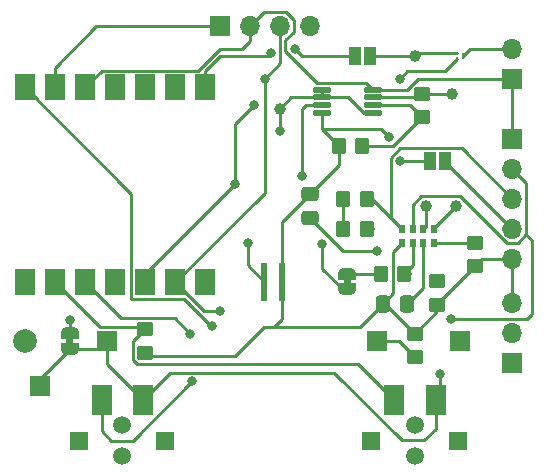
<source format=gtl>
G04 #@! TF.GenerationSoftware,KiCad,Pcbnew,(6.0.0-0)*
G04 #@! TF.CreationDate,2022-02-18T10:32:57-06:00*
G04 #@! TF.ProjectId,PhysarumV1,50687973-6172-4756-9d56-312e6b696361,rev?*
G04 #@! TF.SameCoordinates,Original*
G04 #@! TF.FileFunction,Copper,L1,Top*
G04 #@! TF.FilePolarity,Positive*
%FSLAX46Y46*%
G04 Gerber Fmt 4.6, Leading zero omitted, Abs format (unit mm)*
G04 Created by KiCad (PCBNEW (6.0.0-0)) date 2022-02-18 10:32:57*
%MOMM*%
%LPD*%
G01*
G04 APERTURE LIST*
G04 Aperture macros list*
%AMRoundRect*
0 Rectangle with rounded corners*
0 $1 Rounding radius*
0 $2 $3 $4 $5 $6 $7 $8 $9 X,Y pos of 4 corners*
0 Add a 4 corners polygon primitive as box body*
4,1,4,$2,$3,$4,$5,$6,$7,$8,$9,$2,$3,0*
0 Add four circle primitives for the rounded corners*
1,1,$1+$1,$2,$3*
1,1,$1+$1,$4,$5*
1,1,$1+$1,$6,$7*
1,1,$1+$1,$8,$9*
0 Add four rect primitives between the rounded corners*
20,1,$1+$1,$2,$3,$4,$5,0*
20,1,$1+$1,$4,$5,$6,$7,0*
20,1,$1+$1,$6,$7,$8,$9,0*
20,1,$1+$1,$8,$9,$2,$3,0*%
%AMFreePoly0*
4,1,22,0.500000,-0.750000,0.000000,-0.750000,0.000000,-0.745033,-0.079941,-0.743568,-0.215256,-0.701293,-0.333266,-0.622738,-0.424486,-0.514219,-0.481581,-0.384460,-0.499164,-0.250000,-0.500000,-0.250000,-0.500000,0.250000,-0.499164,0.250000,-0.499963,0.256109,-0.478152,0.396186,-0.417904,0.524511,-0.324060,0.630769,-0.204165,0.706417,-0.067858,0.745374,0.000000,0.744959,0.000000,0.750000,
0.500000,0.750000,0.500000,-0.750000,0.500000,-0.750000,$1*%
%AMFreePoly1*
4,1,20,0.000000,0.744959,0.073905,0.744508,0.209726,0.703889,0.328688,0.626782,0.421226,0.519385,0.479903,0.390333,0.500000,0.250000,0.500000,-0.250000,0.499851,-0.262216,0.476331,-0.402017,0.414519,-0.529596,0.319384,-0.634700,0.198574,-0.708877,0.061801,-0.746166,0.000000,-0.745033,0.000000,-0.750000,-0.500000,-0.750000,-0.500000,0.750000,0.000000,0.750000,0.000000,0.744959,
0.000000,0.744959,$1*%
G04 Aperture macros list end*
G04 #@! TA.AperFunction,SMDPad,CuDef*
%ADD10R,0.600000X3.300000*%
G04 #@! TD*
G04 #@! TA.AperFunction,SMDPad,CuDef*
%ADD11C,1.000000*%
G04 #@! TD*
G04 #@! TA.AperFunction,SMDPad,CuDef*
%ADD12RoundRect,0.250000X0.350000X0.450000X-0.350000X0.450000X-0.350000X-0.450000X0.350000X-0.450000X0*%
G04 #@! TD*
G04 #@! TA.AperFunction,ComponentPad*
%ADD13R,1.700000X1.700000*%
G04 #@! TD*
G04 #@! TA.AperFunction,ComponentPad*
%ADD14O,1.700000X1.700000*%
G04 #@! TD*
G04 #@! TA.AperFunction,SMDPad,CuDef*
%ADD15R,1.700000X1.700000*%
G04 #@! TD*
G04 #@! TA.AperFunction,SMDPad,CuDef*
%ADD16R,1.600000X1.600000*%
G04 #@! TD*
G04 #@! TA.AperFunction,WasherPad*
%ADD17C,1.500000*%
G04 #@! TD*
G04 #@! TA.AperFunction,SMDPad,CuDef*
%ADD18R,1.800000X2.500000*%
G04 #@! TD*
G04 #@! TA.AperFunction,SMDPad,CuDef*
%ADD19RoundRect,0.250000X0.337500X0.475000X-0.337500X0.475000X-0.337500X-0.475000X0.337500X-0.475000X0*%
G04 #@! TD*
G04 #@! TA.AperFunction,SMDPad,CuDef*
%ADD20R,1.700000X2.200000*%
G04 #@! TD*
G04 #@! TA.AperFunction,SMDPad,CuDef*
%ADD21RoundRect,0.250000X-0.350000X-0.450000X0.350000X-0.450000X0.350000X0.450000X-0.350000X0.450000X0*%
G04 #@! TD*
G04 #@! TA.AperFunction,SMDPad,CuDef*
%ADD22RoundRect,0.250000X-0.450000X0.350000X-0.450000X-0.350000X0.450000X-0.350000X0.450000X0.350000X0*%
G04 #@! TD*
G04 #@! TA.AperFunction,SMDPad,CuDef*
%ADD23R,1.000000X1.500000*%
G04 #@! TD*
G04 #@! TA.AperFunction,SMDPad,CuDef*
%ADD24FreePoly0,270.000000*%
G04 #@! TD*
G04 #@! TA.AperFunction,SMDPad,CuDef*
%ADD25FreePoly1,270.000000*%
G04 #@! TD*
G04 #@! TA.AperFunction,SMDPad,CuDef*
%ADD26R,0.254000X0.203200*%
G04 #@! TD*
G04 #@! TA.AperFunction,SMDPad,CuDef*
%ADD27R,0.254000X0.558800*%
G04 #@! TD*
G04 #@! TA.AperFunction,SMDPad,CuDef*
%ADD28R,0.500000X0.800000*%
G04 #@! TD*
G04 #@! TA.AperFunction,SMDPad,CuDef*
%ADD29FreePoly0,90.000000*%
G04 #@! TD*
G04 #@! TA.AperFunction,SMDPad,CuDef*
%ADD30FreePoly1,90.000000*%
G04 #@! TD*
G04 #@! TA.AperFunction,SMDPad,CuDef*
%ADD31RoundRect,0.250000X-0.475000X0.337500X-0.475000X-0.337500X0.475000X-0.337500X0.475000X0.337500X0*%
G04 #@! TD*
G04 #@! TA.AperFunction,SMDPad,CuDef*
%ADD32RoundRect,0.250000X0.450000X-0.350000X0.450000X0.350000X-0.450000X0.350000X-0.450000X-0.350000X0*%
G04 #@! TD*
G04 #@! TA.AperFunction,SMDPad,CuDef*
%ADD33RoundRect,0.028800X-0.706200X-0.211200X0.706200X-0.211200X0.706200X0.211200X-0.706200X0.211200X0*%
G04 #@! TD*
G04 #@! TA.AperFunction,ComponentPad*
%ADD34C,2.000000*%
G04 #@! TD*
G04 #@! TA.AperFunction,ViaPad*
%ADD35C,0.800000*%
G04 #@! TD*
G04 #@! TA.AperFunction,Conductor*
%ADD36C,0.250000*%
G04 #@! TD*
G04 APERTURE END LIST*
G36*
X6015000Y-35160000D02*
G01*
X5415000Y-35160000D01*
X5415000Y-34660000D01*
X6015000Y-34660000D01*
X6015000Y-35160000D01*
G37*
G36*
X29510000Y-30110000D02*
G01*
X28910000Y-30110000D01*
X28910000Y-29610000D01*
X29510000Y-29610000D01*
X29510000Y-30110000D01*
G37*
D10*
X23660000Y-29900000D03*
X22160000Y-29900000D03*
D11*
X35830000Y-23495000D03*
D12*
X30845000Y-25400000D03*
X28845000Y-25400000D03*
D13*
X43180000Y-12705000D03*
D14*
X43180000Y-10165000D03*
D15*
X31750000Y-34925000D03*
D16*
X13810000Y-43380000D03*
D17*
X10160000Y-44630000D03*
X10160000Y-42030000D03*
D16*
X6460000Y-43380000D03*
D18*
X11910000Y-39880000D03*
X8410000Y-39880000D03*
D19*
X34290000Y-31750000D03*
X32215000Y-31750000D03*
D20*
X1902500Y-13440000D03*
X4442500Y-13440000D03*
X6982500Y-13440000D03*
X9522500Y-13440000D03*
X12062500Y-13440000D03*
X14602500Y-13440000D03*
X17142500Y-13440000D03*
D21*
X32020000Y-29210000D03*
X34020000Y-29210000D03*
D13*
X38735000Y-34925000D03*
D22*
X12065000Y-33925000D03*
X12065000Y-35925000D03*
D16*
X38575000Y-43380000D03*
D17*
X34925000Y-42030000D03*
D16*
X31225000Y-43380000D03*
D17*
X34925000Y-44630000D03*
D18*
X36675000Y-39880000D03*
X33175000Y-39880000D03*
D23*
X36195000Y-19685000D03*
X37495000Y-19685000D03*
D20*
X17147500Y-29950000D03*
X14607500Y-29950000D03*
X12067500Y-29950000D03*
X9527500Y-29950000D03*
X6987500Y-29950000D03*
X4447500Y-29950000D03*
X1907500Y-29950000D03*
D24*
X5715000Y-34260000D03*
D25*
X5715000Y-35560000D03*
D26*
X38481000Y-10619999D03*
X38481000Y-10970001D03*
D27*
X38989000Y-10795000D03*
D28*
X36545000Y-25435000D03*
X35645000Y-25435000D03*
X34745000Y-25435000D03*
X33845000Y-25435000D03*
X33845000Y-26635000D03*
X34745000Y-26635000D03*
X35645000Y-26635000D03*
X36545000Y-26635000D03*
D13*
X43180000Y-17780000D03*
D14*
X43180000Y-20320000D03*
X43180000Y-22860000D03*
X43180000Y-25400000D03*
X43180000Y-27940000D03*
D11*
X38370000Y-23495000D03*
D29*
X29210000Y-30510000D03*
D30*
X29210000Y-29210000D03*
D12*
X30845000Y-22860000D03*
X28845000Y-22860000D03*
D31*
X26035000Y-22457500D03*
X26035000Y-24532500D03*
D13*
X8890000Y-34925000D03*
D22*
X40005000Y-26575000D03*
X40005000Y-28575000D03*
D32*
X34925000Y-36290000D03*
X34925000Y-34290000D03*
D15*
X3175000Y-38735000D03*
D13*
X18425000Y-8255000D03*
D14*
X20965000Y-8255000D03*
X23505000Y-8255000D03*
X26045000Y-8255000D03*
D22*
X36830000Y-29845000D03*
X36830000Y-31845000D03*
D13*
X43180000Y-36815000D03*
D14*
X43180000Y-34275000D03*
X43180000Y-31735000D03*
D11*
X38100000Y-13970000D03*
D33*
X27060000Y-13630000D03*
X27060000Y-14280000D03*
X27060000Y-14930000D03*
X27060000Y-15580000D03*
X31360000Y-15580000D03*
X31360000Y-14930000D03*
X31360000Y-14280000D03*
X31360000Y-13630000D03*
D11*
X34925000Y-10795000D03*
D12*
X30480000Y-18415000D03*
X28480000Y-18415000D03*
D34*
X1905000Y-34925000D03*
D11*
X23495000Y-15240000D03*
D22*
X35560000Y-13970000D03*
X35560000Y-15970000D03*
D23*
X31130000Y-10795000D03*
X29830000Y-10795000D03*
D35*
X21320000Y-14900000D03*
X20760000Y-26620000D03*
X27080000Y-26680000D03*
X5715000Y-33109500D03*
X34290000Y-31660500D03*
X33655000Y-12700000D03*
X32700000Y-17600000D03*
X31750000Y-27305000D03*
X34290000Y-29210000D03*
X28845000Y-25400000D03*
X37090000Y-37670000D03*
X38010500Y-33020000D03*
X22215000Y-12700000D03*
X18415000Y-32385000D03*
X31115000Y-25400000D03*
X19685000Y-21590000D03*
X30845000Y-22860000D03*
X17780000Y-33655000D03*
X22780500Y-10550989D03*
X24765000Y-10160000D03*
X17147500Y-29950000D03*
X9527500Y-29950000D03*
X33655000Y-19685000D03*
X15875000Y-34290000D03*
X31750000Y-34925000D03*
X16100000Y-38340000D03*
X23495000Y-17145000D03*
X1907500Y-29950000D03*
X35560000Y-13970000D03*
X36830000Y-29845000D03*
X25400000Y-20955000D03*
D36*
X19685000Y-16535000D02*
X21320000Y-14900000D01*
X19685000Y-21590000D02*
X19685000Y-16535000D01*
X27060000Y-14930000D02*
X25710000Y-14930000D01*
X25400000Y-15240000D02*
X25400000Y-20955000D01*
X25710000Y-14930000D02*
X25400000Y-15240000D01*
X20760000Y-26620000D02*
X20760000Y-28500000D01*
X20760000Y-28500000D02*
X22160000Y-29900000D01*
X27080000Y-28788940D02*
X27080000Y-26680000D01*
X28801060Y-30510000D02*
X27080000Y-28788940D01*
X29210000Y-30510000D02*
X28801060Y-30510000D01*
X23030000Y-33720000D02*
X22160000Y-33720000D01*
X23660000Y-33090000D02*
X23660000Y-29900000D01*
X30245000Y-33720000D02*
X23030000Y-33720000D01*
X23030000Y-33720000D02*
X23660000Y-33090000D01*
X26035000Y-22457500D02*
X23660000Y-24832500D01*
X23660000Y-24832500D02*
X23660000Y-29450480D01*
X5715000Y-34260000D02*
X5715000Y-33109500D01*
X35645000Y-26635000D02*
X35645000Y-30395000D01*
X35645000Y-30395000D02*
X34290000Y-31750000D01*
X27060000Y-15580000D02*
X27060000Y-16995000D01*
X28480000Y-20012500D02*
X26035000Y-22457500D01*
X43180000Y-27940000D02*
X43180000Y-31735000D01*
X33095480Y-27384520D02*
X33095480Y-30869520D01*
X32385000Y-31750000D02*
X34925000Y-34290000D01*
X19685000Y-36195000D02*
X12335000Y-36195000D01*
X40640000Y-27940000D02*
X43180000Y-27940000D01*
X36830000Y-31845000D02*
X36830000Y-32385000D01*
X33845000Y-26635000D02*
X33095480Y-27384520D01*
X40005000Y-28575000D02*
X40640000Y-27940000D01*
X40005000Y-28575000D02*
X36830000Y-31750000D01*
X22160000Y-33720000D02*
X19685000Y-36195000D01*
X27060000Y-16995000D02*
X28480000Y-18415000D01*
X33095480Y-30869520D02*
X32215000Y-31750000D01*
X34290000Y-12065000D02*
X37465000Y-12065000D01*
X32095000Y-16995000D02*
X27060000Y-16995000D01*
X38481000Y-11049000D02*
X38481000Y-11046110D01*
X12335000Y-36195000D02*
X12065000Y-35925000D01*
X36830000Y-31750000D02*
X36830000Y-31845000D01*
X4442500Y-11778478D02*
X4442500Y-13440000D01*
X18425000Y-8255000D02*
X7965978Y-8255000D01*
X37465000Y-12065000D02*
X38481000Y-11049000D01*
X28480000Y-18415000D02*
X28480000Y-20012500D01*
X33655000Y-12700000D02*
X34290000Y-12065000D01*
X32215000Y-31750000D02*
X30245000Y-33720000D01*
X32700000Y-17600000D02*
X32095000Y-16995000D01*
X7965978Y-8255000D02*
X4442500Y-11778478D01*
X32215000Y-31750000D02*
X32385000Y-31750000D01*
X36830000Y-32385000D02*
X34925000Y-34290000D01*
X26035000Y-24532500D02*
X28807500Y-27305000D01*
X34745000Y-28485000D02*
X34745000Y-26635000D01*
X34020000Y-29210000D02*
X34745000Y-28485000D01*
X28807500Y-27305000D02*
X31750000Y-27305000D01*
X43180000Y-12705000D02*
X43180000Y-17780000D01*
X14174511Y-37615489D02*
X11910000Y-39880000D01*
X3175000Y-38100000D02*
X3175000Y-38735000D01*
X8407011Y-12015489D02*
X16558793Y-12015489D01*
X31360000Y-13630000D02*
X30795480Y-13065480D01*
X37090000Y-37670000D02*
X37090000Y-39465000D01*
X23954520Y-10374134D02*
X23954520Y-9466490D01*
X5715000Y-35560000D02*
X3175000Y-38100000D01*
X6982500Y-13440000D02*
X8407011Y-12015489D01*
X31360000Y-13630000D02*
X34287507Y-13630000D01*
X16558793Y-12015489D02*
X18414282Y-10160000D01*
X34287507Y-13630000D02*
X35212507Y-12705000D01*
X30795480Y-13065480D02*
X26645866Y-13065480D01*
X24679511Y-7768501D02*
X23991499Y-7080489D01*
X33815978Y-43320000D02*
X28111467Y-37615489D01*
X36675000Y-39880000D02*
X36675000Y-42345000D01*
X35212507Y-12705000D02*
X43180000Y-12705000D01*
X37090000Y-39465000D02*
X36675000Y-39880000D01*
X28111467Y-37615489D02*
X14174511Y-37615489D01*
X18414282Y-10160000D02*
X20320000Y-10160000D01*
X26645866Y-13065480D02*
X23954520Y-10374134D01*
X24679511Y-8741499D02*
X24679511Y-7768501D01*
X8255000Y-35560000D02*
X5715000Y-35560000D01*
X35700000Y-43320000D02*
X33815978Y-43320000D01*
X23991499Y-7080489D02*
X22139511Y-7080489D01*
X8890000Y-36860000D02*
X8890000Y-34925000D01*
X20965000Y-9515000D02*
X20320000Y-10160000D01*
X20965000Y-8255000D02*
X20965000Y-9515000D01*
X8890000Y-34925000D02*
X8255000Y-35560000D01*
X11910000Y-39880000D02*
X8890000Y-36860000D01*
X23954520Y-9466490D02*
X24679511Y-8741499D01*
X28845000Y-22860000D02*
X28845000Y-25400000D01*
X22139511Y-7080489D02*
X20965000Y-8255000D01*
X36675000Y-42345000D02*
X35700000Y-43320000D01*
X30845000Y-25400000D02*
X31115000Y-25400000D01*
X34745000Y-23413964D02*
X34745000Y-25435000D01*
X43666499Y-26574511D02*
X42693501Y-26574511D01*
X23505000Y-11410000D02*
X22215000Y-12700000D01*
X44354511Y-25886499D02*
X43666499Y-26574511D01*
X17042500Y-32385000D02*
X18415000Y-32385000D01*
X23505000Y-8255000D02*
X23505000Y-11410000D01*
X44874980Y-32595020D02*
X44874980Y-26406968D01*
X35488475Y-22670489D02*
X34745000Y-23413964D01*
X22215000Y-12700000D02*
X22215000Y-22342500D01*
X44354511Y-21494511D02*
X44354511Y-25886499D01*
X44450000Y-33020000D02*
X44874980Y-32595020D01*
X44874980Y-26406968D02*
X44354511Y-25886499D01*
X22215000Y-22342500D02*
X14607500Y-29950000D01*
X42693501Y-26574511D02*
X38789479Y-22670489D01*
X38789479Y-22670489D02*
X35488475Y-22670489D01*
X38010500Y-33020000D02*
X44450000Y-33020000D01*
X14607500Y-29950000D02*
X17042500Y-32385000D01*
X43180000Y-20320000D02*
X44354511Y-21494511D01*
X33704897Y-18610489D02*
X32930489Y-19384897D01*
X32930489Y-24520489D02*
X33845000Y-25435000D01*
X12067500Y-29207500D02*
X19685000Y-21590000D01*
X43180000Y-22860000D02*
X38930489Y-18610489D01*
X31270000Y-22860000D02*
X33845000Y-25435000D01*
X32930489Y-19384897D02*
X32930489Y-24520489D01*
X12067500Y-29950000D02*
X12067500Y-29207500D01*
X30845000Y-22860000D02*
X31270000Y-22860000D01*
X38930489Y-18610489D02*
X33704897Y-18610489D01*
X17676782Y-33655000D02*
X17780000Y-33655000D01*
X10892989Y-22430489D02*
X10892989Y-31374511D01*
X1902500Y-13440000D02*
X10892989Y-22430489D01*
X10892989Y-31374511D02*
X15396293Y-31374511D01*
X15396293Y-31374511D02*
X17676782Y-33655000D01*
X37495000Y-19715000D02*
X43180000Y-25400000D01*
X37495000Y-19685000D02*
X37495000Y-19715000D01*
X25400000Y-10795000D02*
X29830000Y-10795000D01*
X17142500Y-13440000D02*
X17142500Y-12067500D01*
X17142500Y-12067500D02*
X18415000Y-10795000D01*
X18415000Y-10795000D02*
X22536489Y-10795000D01*
X22536489Y-10795000D02*
X22780500Y-10550989D01*
X24765000Y-10160000D02*
X25400000Y-10795000D01*
X36195000Y-19685000D02*
X33655000Y-19685000D01*
X33560000Y-34925000D02*
X34925000Y-36290000D01*
X9190000Y-43340000D02*
X8410000Y-42560000D01*
X10037980Y-33000480D02*
X6987500Y-29950000D01*
X8410000Y-42560000D02*
X8410000Y-39880000D01*
X15875000Y-34290000D02*
X14585480Y-33000480D01*
X16100000Y-38340000D02*
X11100000Y-43340000D01*
X31750000Y-34925000D02*
X33560000Y-34925000D01*
X14585480Y-33000480D02*
X10037980Y-33000480D01*
X11100000Y-43340000D02*
X9190000Y-43340000D01*
X30144520Y-36849520D02*
X11377027Y-36849520D01*
X4447500Y-29950000D02*
X8247989Y-33750489D01*
X33175000Y-39880000D02*
X30144520Y-36849520D01*
X11890489Y-33750489D02*
X12065000Y-33925000D01*
X11040480Y-36512973D02*
X11040480Y-34949520D01*
X11040480Y-34949520D02*
X12065000Y-33925000D01*
X11377027Y-36849520D02*
X11040480Y-36512973D01*
X8247989Y-33750489D02*
X11890489Y-33750489D01*
X27060000Y-14280000D02*
X24455000Y-14280000D01*
X24455000Y-14280000D02*
X23495000Y-15240000D01*
X27060000Y-13630000D02*
X27060000Y-14280000D01*
X29292931Y-14280000D02*
X30592931Y-15580000D01*
X23495000Y-15240000D02*
X23495000Y-17145000D01*
X27060000Y-14280000D02*
X29292931Y-14280000D01*
X30592931Y-15580000D02*
X31360000Y-15580000D01*
X35250000Y-14280000D02*
X35560000Y-13970000D01*
X31360000Y-14280000D02*
X35250000Y-14280000D01*
X35560000Y-13970000D02*
X38100000Y-13970000D01*
X34925000Y-10795000D02*
X35176110Y-10543890D01*
X31130000Y-10795000D02*
X34925000Y-10795000D01*
X35176110Y-10543890D02*
X38481000Y-10543890D01*
X29210000Y-29210000D02*
X32020000Y-29210000D01*
X39619000Y-10165000D02*
X38989000Y-10795000D01*
X43180000Y-10165000D02*
X39619000Y-10165000D01*
X36545000Y-26635000D02*
X39945000Y-26635000D01*
X39945000Y-26635000D02*
X40005000Y-26575000D01*
X33115000Y-18415000D02*
X35560000Y-15970000D01*
X30480000Y-18415000D02*
X33115000Y-18415000D01*
X34520000Y-14930000D02*
X35560000Y-15970000D01*
X31360000Y-14930000D02*
X34520000Y-14930000D01*
X38370000Y-23495000D02*
X36545000Y-25320000D01*
X36545000Y-25320000D02*
X36545000Y-25435000D01*
X35830000Y-23495000D02*
X35830000Y-25250000D01*
X35830000Y-25250000D02*
X35645000Y-25435000D01*
M02*

</source>
